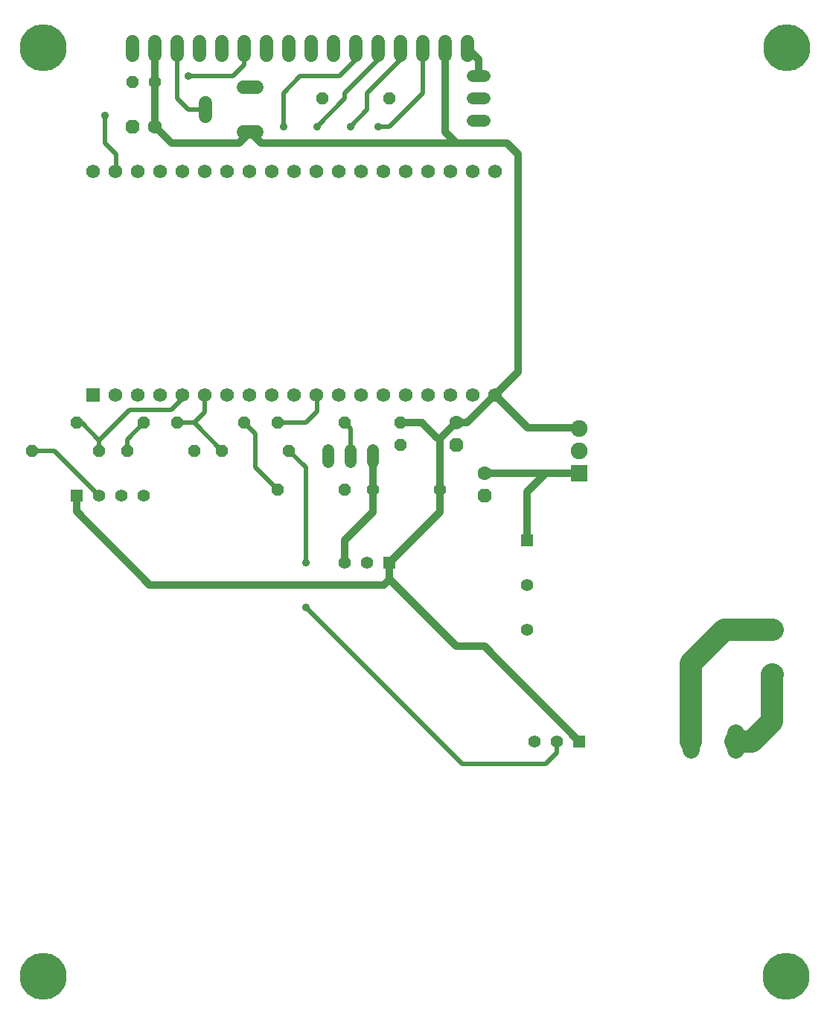
<source format=gtl>
G04 EAGLE Gerber RS-274X export*
G75*
%MOMM*%
%FSLAX34Y34*%
%LPD*%
%INTop Copper*%
%IPPOS*%
%AMOC8*
5,1,8,0,0,1.08239X$1,22.5*%
G01*
G04 Define Apertures*
%ADD10P,1.42962X8X112.5*%
%ADD11P,1.73204X8X292.5*%
%ADD12C,1.600200*%
%ADD13P,1.42962X8X202.5*%
%ADD14P,1.73204X8X202.5*%
%ADD15C,5.334000*%
%ADD16C,1.524000*%
%ADD17C,1.320800*%
%ADD18P,1.42962X8X22.5*%
%ADD19R,1.560000X1.560000*%
%ADD20C,1.560000*%
%ADD21R,1.910000X1.910000*%
%ADD22C,1.910000*%
%ADD23C,1.408000*%
%ADD24R,1.408000X1.408000*%
%ADD25C,1.981200*%
%ADD26C,0.812800*%
%ADD27C,0.508000*%
%ADD28C,0.906400*%
%ADD29C,2.540000*%
D10*
X444500Y641350D03*
X444500Y666750D03*
D11*
X508000Y641350D03*
D12*
X508000Y666750D03*
D13*
X165100Y1054100D03*
X139700Y1054100D03*
D14*
X139700Y1003300D03*
D12*
X165100Y1003300D03*
D15*
X38100Y1092710D03*
X883720Y1092710D03*
X882650Y38100D03*
X38100Y38100D03*
D16*
X520700Y1084580D02*
X520700Y1099820D01*
X495300Y1099820D02*
X495300Y1084580D01*
X469900Y1084580D02*
X469900Y1099820D01*
X444500Y1099820D02*
X444500Y1084580D01*
X419100Y1084580D02*
X419100Y1099820D01*
X393700Y1099820D02*
X393700Y1084580D01*
X368300Y1084580D02*
X368300Y1099820D01*
X342900Y1099820D02*
X342900Y1084580D01*
X317500Y1084580D02*
X317500Y1099820D01*
X292100Y1099820D02*
X292100Y1084580D01*
X266700Y1084580D02*
X266700Y1099820D01*
X241300Y1099820D02*
X241300Y1084580D01*
X215900Y1084580D02*
X215900Y1099820D01*
X190500Y1099820D02*
X190500Y1084580D01*
X165100Y1084580D02*
X165100Y1099820D01*
X139700Y1099820D02*
X139700Y1084580D01*
D17*
X526796Y1060450D02*
X540004Y1060450D01*
X540004Y1009650D02*
X526796Y1009650D01*
X526796Y1035050D02*
X540004Y1035050D01*
X412750Y635254D02*
X412750Y622046D01*
X361950Y622046D02*
X361950Y635254D01*
X387350Y635254D02*
X387350Y622046D01*
D16*
X222250Y1014730D02*
X222250Y1029970D01*
X265430Y996950D02*
X280670Y996950D01*
X280670Y1047750D02*
X265430Y1047750D01*
D18*
X133350Y635000D03*
X209550Y635000D03*
X355600Y1035050D03*
X431800Y1035050D03*
X304800Y666750D03*
X381000Y666750D03*
D13*
X488950Y590550D03*
X412750Y590550D03*
X317500Y635000D03*
X241300Y635000D03*
X266700Y666750D03*
X190500Y666750D03*
X381000Y590550D03*
X304800Y590550D03*
X101600Y635000D03*
X25400Y635000D03*
D18*
X76200Y666750D03*
X152400Y666750D03*
D19*
X94500Y698500D03*
D20*
X119900Y698500D03*
X551700Y698500D03*
X145300Y698500D03*
X170700Y698500D03*
X196100Y698500D03*
X221500Y698500D03*
X246900Y698500D03*
X272300Y698500D03*
X297700Y698500D03*
X323100Y698500D03*
X348500Y698500D03*
X373900Y698500D03*
X399300Y698500D03*
X424700Y698500D03*
X450100Y698500D03*
X475500Y698500D03*
X500900Y698500D03*
X526300Y698500D03*
X94500Y952500D03*
X119900Y952500D03*
X145300Y952500D03*
X170700Y952500D03*
X196100Y952500D03*
X221500Y952500D03*
X246900Y952500D03*
X272300Y952500D03*
X297700Y952500D03*
X323100Y952500D03*
X348500Y952500D03*
X373900Y952500D03*
X399300Y952500D03*
X424700Y952500D03*
X450100Y952500D03*
X475500Y952500D03*
X500900Y952500D03*
X526300Y952500D03*
X551700Y952500D03*
D21*
X647700Y609600D03*
D22*
X647700Y635100D03*
X647700Y660600D03*
D23*
X867900Y381000D03*
X867900Y431800D03*
X588500Y431800D03*
X588500Y482600D03*
D24*
X588500Y533400D03*
D25*
X825246Y314706D02*
X825246Y294894D01*
X774954Y294894D02*
X774954Y314706D01*
D24*
X76200Y584200D03*
D23*
X101600Y584200D03*
X152400Y584200D03*
X127000Y584200D03*
X406400Y508000D03*
X381000Y508000D03*
D24*
X431800Y508000D03*
D23*
X622300Y304800D03*
D24*
X647700Y304800D03*
D23*
X596900Y304800D03*
D11*
X539750Y584200D03*
D12*
X539750Y609600D03*
D26*
X589546Y660654D02*
X647700Y660654D01*
X647700Y660600D01*
X507492Y666750D02*
X489204Y648462D01*
X507492Y666750D02*
X508000Y666750D01*
X468630Y666750D02*
X444500Y666750D01*
X468630Y666750D02*
X485394Y649986D01*
X489204Y648462D01*
X159512Y482600D02*
X76200Y565912D01*
X76200Y584200D01*
X539750Y412750D02*
X647700Y304800D01*
X539750Y412750D02*
X508000Y412750D01*
X431800Y488950D01*
X425450Y482600D02*
X159512Y482600D01*
X425450Y482600D02*
X431800Y488950D01*
X508000Y666750D02*
X519950Y666750D01*
X551700Y698500D01*
X589546Y660654D01*
X551700Y698500D02*
X577850Y724650D01*
X577850Y971550D01*
X565150Y984250D01*
X165100Y1054100D02*
X165100Y1092200D01*
X508000Y984250D02*
X565150Y984250D01*
X508000Y984250D02*
X285750Y984250D01*
X273050Y996950D01*
X260350Y984250D01*
X184150Y984250D01*
X165100Y1003300D01*
X165100Y1054100D01*
X495300Y1092200D02*
X495300Y996950D01*
X508000Y984250D01*
X489204Y590296D02*
X489204Y565404D01*
X489204Y590296D02*
X488950Y590550D01*
X488950Y648208D01*
X489204Y648462D01*
X489204Y565404D02*
X431800Y508000D01*
X431800Y488950D01*
D27*
X266700Y1073150D02*
X266700Y1092200D01*
X266700Y1073150D02*
X254000Y1060450D01*
X203200Y1060450D01*
D28*
X203200Y1060450D03*
X107950Y1016000D03*
D27*
X107950Y984250D01*
X120650Y971550D01*
X120650Y953250D01*
X119900Y952500D01*
D26*
X520700Y1092200D02*
X533400Y1079500D01*
X533400Y1060450D01*
D27*
X469900Y1041400D02*
X469900Y1092200D01*
X469900Y1041400D02*
X431800Y1003300D01*
X419100Y1003300D01*
D28*
X419100Y1003300D03*
D27*
X444500Y1079500D02*
X444500Y1092200D01*
X444500Y1079500D02*
X406400Y1041400D01*
X406400Y1022350D01*
D28*
X387350Y1003300D03*
D27*
X406400Y1022350D01*
X419100Y1079500D02*
X419100Y1092200D01*
X419100Y1079500D02*
X381000Y1041400D01*
X381000Y1035050D01*
D28*
X349250Y1003300D03*
D27*
X381000Y1035050D01*
D28*
X311150Y1003300D03*
D27*
X311150Y1041400D01*
X330200Y1060450D01*
X374650Y1060450D01*
X393700Y1079500D01*
X393700Y1092200D01*
X209550Y666750D02*
X190500Y666750D01*
X209550Y666750D02*
X241300Y635000D01*
X221500Y678700D02*
X221500Y698500D01*
X221500Y678700D02*
X209550Y666750D01*
X196100Y693940D02*
X196100Y698500D01*
X196100Y693940D02*
X183388Y681228D01*
X135890Y681228D01*
X101600Y646938D01*
X101600Y635000D01*
X101600Y646938D02*
X81788Y666750D01*
X76200Y666750D01*
X266700Y666750D02*
X279400Y654050D01*
X279400Y615950D01*
X304800Y590550D01*
D26*
X609600Y609600D02*
X647700Y609600D01*
X588500Y588500D02*
X588500Y533400D01*
X588500Y588500D02*
X609600Y609600D01*
X539750Y609600D01*
D27*
X190500Y1035050D02*
X190500Y1092200D01*
X190500Y1035050D02*
X203200Y1022350D01*
X222250Y1022350D01*
D29*
X812546Y431292D02*
X867156Y431292D01*
X812546Y431292D02*
X774954Y393700D01*
X774954Y304800D01*
X867156Y431292D02*
X867900Y431800D01*
X867156Y381000D02*
X867156Y327660D01*
X844296Y304800D01*
X825246Y304800D01*
X867156Y381000D02*
X867900Y381000D01*
D27*
X336550Y615950D02*
X317500Y635000D01*
X336550Y615950D02*
X336550Y508000D01*
X336550Y457200D02*
X514350Y279400D01*
X609600Y279400D01*
X622300Y292100D01*
X622300Y304800D01*
D28*
X336550Y508000D03*
X336550Y457200D03*
D26*
X412750Y590550D02*
X412750Y628650D01*
X412750Y590550D02*
X412750Y565150D01*
X381000Y533400D01*
X381000Y508000D01*
D27*
X387350Y660400D02*
X381000Y666750D01*
X387350Y660400D02*
X387350Y628650D01*
X336550Y666750D02*
X304800Y666750D01*
X336550Y666750D02*
X349250Y679450D01*
X349250Y697750D01*
X348500Y698500D01*
X133350Y647700D02*
X133350Y635000D01*
X133350Y647700D02*
X152400Y666750D01*
X51054Y634746D02*
X25908Y634746D01*
X51054Y634746D02*
X101600Y584200D01*
X25908Y634746D02*
X25400Y635000D01*
M02*

</source>
